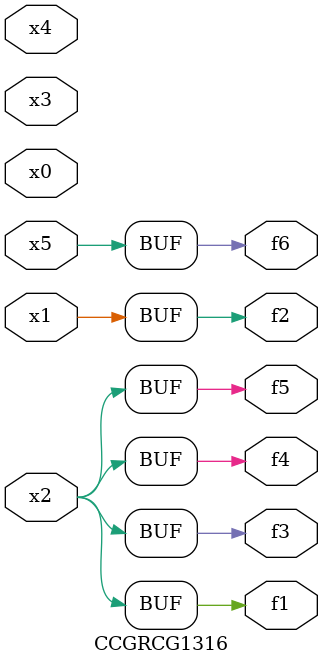
<source format=v>
module CCGRCG1316(
	input x0, x1, x2, x3, x4, x5,
	output f1, f2, f3, f4, f5, f6
);
	assign f1 = x2;
	assign f2 = x1;
	assign f3 = x2;
	assign f4 = x2;
	assign f5 = x2;
	assign f6 = x5;
endmodule

</source>
